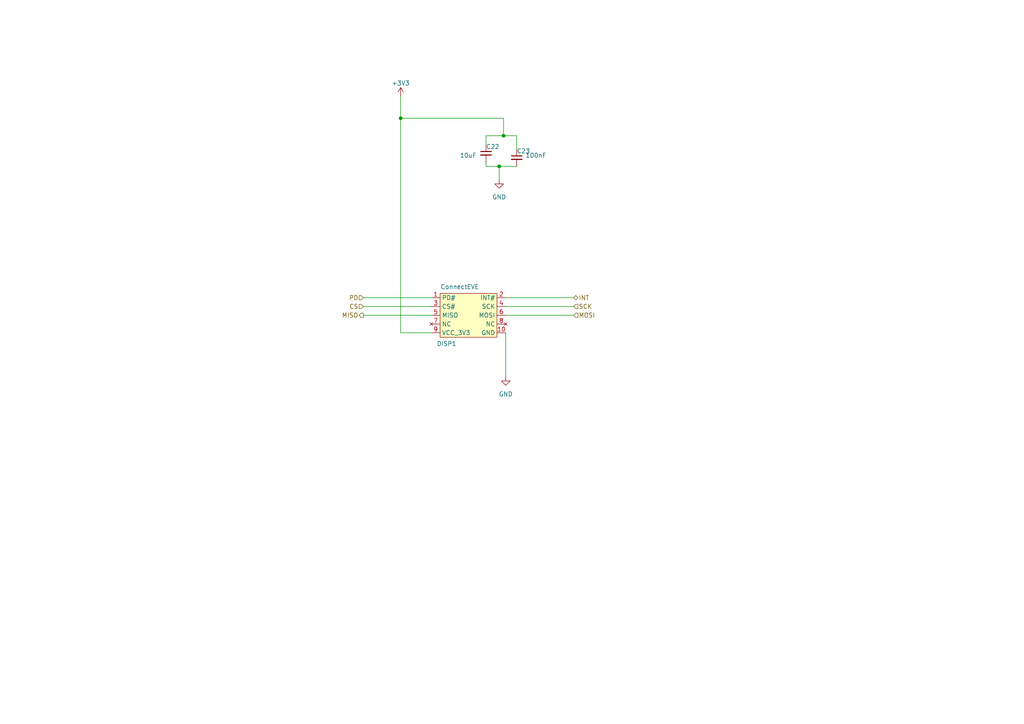
<source format=kicad_sch>
(kicad_sch (version 20210621) (generator eeschema)
  (paper "A4")
  (lib_symbols
    (symbol "Device:C_Small" (pin_numbers hide) (pin_names (offset 0.254) hide)
      (property "Reference" "C" (at 0.254 1.778 0))
      (property "Value" "C_Small" (at 0.254 -2.032 0))
      (symbol "C_Small_0_1"
        (polyline (pts (xy -1.524 -0.508) (xy 1.524 -0.508)) (stroke (width 0.3302)))
        (polyline (pts (xy -1.524 0.508) (xy 1.524 0.508)) (stroke (width 0.3048)))
      )
      (symbol "C_Small_1_1"
        (pin passive line (at 0 2.54 270) (length 2.032) (name "~") (number "1"))
        (pin passive line (at 0 -2.54 90) (length 2.032) (name "~") (number "2"))
      )
    )
    (symbol "display_user:ConnectEVE"
      (property "Reference" "DISP" (at 2.54 -12.7 0))
      (property "Value" "ConnectEVE" (at 6.35 2.54 0))
      (symbol "ConnectEVE_0_1"
        (rectangle (start 0 1.27) (end 16.51 -11.43) (stroke (width 0.1524)) (fill (type background)))
      )
      (symbol "ConnectEVE_1_1"
        (pin input line (at -2.54 0 0) (length 2.54) (name "PD#") (number "1"))
        (pin power_out line (at 19.05 -10.16 180) (length 2.54) (name "GND") (number "10"))
        (pin input line (at 19.05 0 180) (length 2.54) (name "INT#") (number "2"))
        (pin input line (at -2.54 -2.54 0) (length 2.54) (name "CS#") (number "3"))
        (pin input line (at 19.05 -2.54 180) (length 2.54) (name "SCK") (number "4"))
        (pin input line (at -2.54 -5.08 0) (length 2.54) (name "MISO") (number "5"))
        (pin output line (at 19.05 -5.08 180) (length 2.54) (name "MOSI") (number "6"))
        (pin no_connect line (at -2.54 -7.62 0) (length 2.54) (name "NC") (number "7"))
        (pin no_connect line (at 19.05 -7.62 180) (length 2.54) (name "NC") (number "8"))
        (pin power_in line (at -2.54 -10.16 0) (length 2.54) (name "VCC_3V3") (number "9"))
      )
    )
    (symbol "power:+3V3" (power) (pin_names (offset 0))
      (property "Value" "+3V3" (at 0 3.556 0))
      (symbol "+3V3_0_1"
        (polyline (pts (xy -0.762 1.27) (xy 0 2.54)))
        (polyline (pts (xy 0 0) (xy 0 2.54)))
        (polyline (pts (xy 0 2.54) (xy 0.762 1.27)))
      )
      (symbol "+3V3_1_1"
        (pin power_in line (at 0 0 90) (length 0) hide (name "+3V3") (number "1"))
      )
    )
    (symbol "power:GND" (power) (pin_names (offset 0))
      (property "Value" "GND" (at 0 -3.81 0))
      (symbol "GND_0_1"
        (polyline (pts (xy 0 0) (xy 0 -1.27) (xy 1.27 -1.27) (xy 0 -2.54) (xy -1.27 -1.27) (xy 0 -1.27)))
      )
      (symbol "GND_1_1"
        (pin power_in line (at 0 0 270) (length 0) hide (name "GND") (number "1"))
      )
    )
  )
  (junction (at 116.205 34.29))
  (junction (at 144.78 48.26) (diameter 0.9144))
  (junction (at 146.05 39.37) (diameter 0.9144))
  (wire (pts (xy 105.41 86.36) (xy 125.095 86.36)))
  (wire (pts (xy 105.41 88.9) (xy 125.095 88.9)))
  (wire (pts (xy 105.41 91.44) (xy 125.095 91.44)))
  (wire (pts (xy 116.205 27.94) (xy 116.205 34.29)))
  (wire (pts (xy 116.205 34.29) (xy 116.205 96.52)))
  (wire (pts (xy 116.205 34.29) (xy 146.05 34.29)))
  (wire (pts (xy 116.205 96.52) (xy 125.095 96.52)))
  (wire (pts (xy 140.97 39.37) (xy 140.97 41.91)))
  (wire (pts (xy 140.97 39.37) (xy 146.05 39.37)))
  (wire (pts (xy 140.97 46.99) (xy 140.97 48.26)))
  (wire (pts (xy 140.97 48.26) (xy 144.78 48.26)))
  (wire (pts (xy 144.78 48.26) (xy 149.86 48.26)))
  (wire (pts (xy 144.78 52.07) (xy 144.78 48.26)))
  (wire (pts (xy 146.05 39.37) (xy 146.05 34.29)))
  (wire (pts (xy 146.05 39.37) (xy 149.86 39.37)))
  (wire (pts (xy 146.685 86.36) (xy 166.37 86.36)))
  (wire (pts (xy 146.685 88.9) (xy 166.37 88.9)))
  (wire (pts (xy 146.685 91.44) (xy 166.37 91.44)))
  (wire (pts (xy 146.685 96.52) (xy 146.685 109.22)))
  (wire (pts (xy 149.86 39.37) (xy 149.86 43.18)))
  (hierarchical_label "PD" (shape input) (at 105.41 86.36 180))
  (hierarchical_label "CS" (shape input) (at 105.41 88.9 180))
  (hierarchical_label "MISO" (shape output) (at 105.41 91.44 180))
  (hierarchical_label "INT" (shape bidirectional) (at 166.37 86.36 0))
  (hierarchical_label "SCK" (shape input) (at 166.37 88.9 0))
  (hierarchical_label "MOSI" (shape input) (at 166.37 91.44 0))
  (symbol (lib_id "power:+3V3") (at 116.205 27.94 0) (unit 1)
    (property "Reference" "#PWR0157" (effects hide))
    (property "Value" "+3V3" (at 116.205 24.13 0))
  )
  (symbol (lib_id "power:GND") (at 144.78 52.07 0) (unit 1)
    (property "Reference" "#PWR0158" (effects hide))
    (property "Value" "GND" (at 144.78 57.15 0))
  )
  (symbol (lib_id "power:GND") (at 146.685 109.22 0) (unit 1)
    (property "Reference" "#PWR0159" (effects hide))
    (property "Value" "GND" (at 146.685 114.3 0))
  )
  (symbol (lib_id "Device:C_Small") (at 140.97 44.45 0) (unit 1)
    (property "Reference" "C22" (at 140.97 42.5449 0) (effects (justify left)))
    (property "Value" "10uF" (at 133.35 45.0849 0) (effects (justify left)))
    (property "Footprint" "vanalles:0603" (effects hide))
  )
  (symbol (lib_id "Device:C_Small") (at 149.86 45.72 0) (unit 1)
    (property "Reference" "C23" (at 149.86 43.8149 0) (effects (justify left)))
    (property "Value" "100nF" (at 152.4 45.0849 0) (effects (justify left)))
    (property "Footprint" "vanalles:0603" (effects hide))
  )
  (symbol (lib_id "display_user:ConnectEVE") (at 127.635 86.36 0) (unit 1)
    (property "Reference" "DISP1" (at 129.54 99.695 0))
    (property "Value" "ConnectEVE" (at 133.35 83.185 0))
    (property "Footprint" "connectors_user:10pin header" (effects hide))
  )
)
</source>
